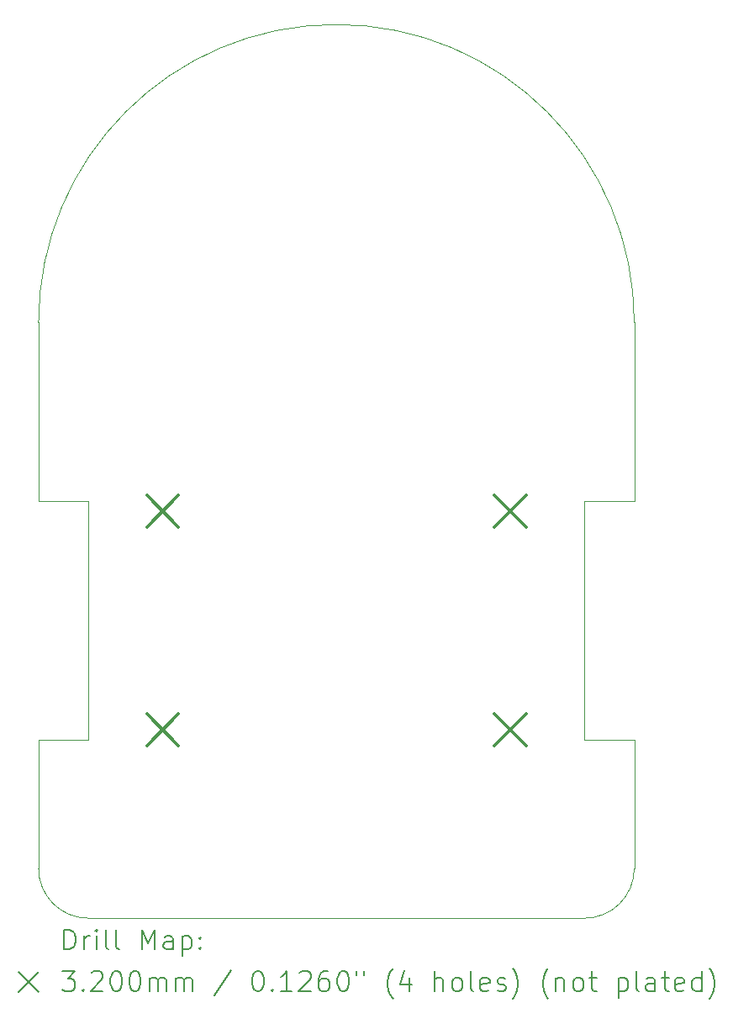
<source format=gbr>
%TF.GenerationSoftware,KiCad,Pcbnew,8.0.6-8.0.6-0~ubuntu24.04.1*%
%TF.CreationDate,2024-10-30T09:28:42+01:00*%
%TF.ProjectId,micromouse_pcb,6d696372-6f6d-46f7-9573-655f7063622e,rev?*%
%TF.SameCoordinates,Original*%
%TF.FileFunction,Drillmap*%
%TF.FilePolarity,Positive*%
%FSLAX45Y45*%
G04 Gerber Fmt 4.5, Leading zero omitted, Abs format (unit mm)*
G04 Created by KiCad (PCBNEW 8.0.6-8.0.6-0~ubuntu24.04.1) date 2024-10-30 09:28:42*
%MOMM*%
%LPD*%
G01*
G04 APERTURE LIST*
%ADD10C,0.050000*%
%ADD11C,0.200000*%
%ADD12C,0.320000*%
G04 APERTURE END LIST*
D10*
X12500000Y-15000000D02*
X17500000Y-15000000D01*
X17500000Y-13200000D02*
X17500000Y-10800000D01*
X12000000Y-14500000D02*
X12000000Y-13200000D01*
X17500000Y-10800000D02*
X18000000Y-10800000D01*
X12000000Y-9000000D02*
G75*
G02*
X18000000Y-9000000I3000000J0D01*
G01*
X12500000Y-10800000D02*
X12000000Y-10800000D01*
X12000000Y-13200000D02*
X12500000Y-13200000D01*
X12500000Y-13200000D02*
X12500000Y-10800000D01*
X18000000Y-10800000D02*
X18000000Y-9000000D01*
X18000000Y-14500000D02*
X18000000Y-13200000D01*
X12500000Y-15000000D02*
G75*
G02*
X12000000Y-14500000I0J500000D01*
G01*
X12000000Y-10800000D02*
X12000000Y-9000000D01*
X18000000Y-14500000D02*
G75*
G02*
X17500000Y-15000000I-500000J0D01*
G01*
X18000000Y-13200000D02*
X17500000Y-13200000D01*
D11*
D12*
X13090000Y-10740000D02*
X13410000Y-11060000D01*
X13410000Y-10740000D02*
X13090000Y-11060000D01*
X13090000Y-12940000D02*
X13410000Y-13260000D01*
X13410000Y-12940000D02*
X13090000Y-13260000D01*
X16590000Y-10740000D02*
X16910000Y-11060000D01*
X16910000Y-10740000D02*
X16590000Y-11060000D01*
X16590000Y-12940000D02*
X16910000Y-13260000D01*
X16910000Y-12940000D02*
X16590000Y-13260000D01*
D11*
X12258277Y-15313984D02*
X12258277Y-15113984D01*
X12258277Y-15113984D02*
X12305896Y-15113984D01*
X12305896Y-15113984D02*
X12334467Y-15123508D01*
X12334467Y-15123508D02*
X12353515Y-15142555D01*
X12353515Y-15142555D02*
X12363039Y-15161603D01*
X12363039Y-15161603D02*
X12372562Y-15199698D01*
X12372562Y-15199698D02*
X12372562Y-15228269D01*
X12372562Y-15228269D02*
X12363039Y-15266365D01*
X12363039Y-15266365D02*
X12353515Y-15285412D01*
X12353515Y-15285412D02*
X12334467Y-15304460D01*
X12334467Y-15304460D02*
X12305896Y-15313984D01*
X12305896Y-15313984D02*
X12258277Y-15313984D01*
X12458277Y-15313984D02*
X12458277Y-15180650D01*
X12458277Y-15218746D02*
X12467801Y-15199698D01*
X12467801Y-15199698D02*
X12477324Y-15190174D01*
X12477324Y-15190174D02*
X12496372Y-15180650D01*
X12496372Y-15180650D02*
X12515420Y-15180650D01*
X12582086Y-15313984D02*
X12582086Y-15180650D01*
X12582086Y-15113984D02*
X12572562Y-15123508D01*
X12572562Y-15123508D02*
X12582086Y-15133031D01*
X12582086Y-15133031D02*
X12591610Y-15123508D01*
X12591610Y-15123508D02*
X12582086Y-15113984D01*
X12582086Y-15113984D02*
X12582086Y-15133031D01*
X12705896Y-15313984D02*
X12686848Y-15304460D01*
X12686848Y-15304460D02*
X12677324Y-15285412D01*
X12677324Y-15285412D02*
X12677324Y-15113984D01*
X12810658Y-15313984D02*
X12791610Y-15304460D01*
X12791610Y-15304460D02*
X12782086Y-15285412D01*
X12782086Y-15285412D02*
X12782086Y-15113984D01*
X13039229Y-15313984D02*
X13039229Y-15113984D01*
X13039229Y-15113984D02*
X13105896Y-15256841D01*
X13105896Y-15256841D02*
X13172562Y-15113984D01*
X13172562Y-15113984D02*
X13172562Y-15313984D01*
X13353515Y-15313984D02*
X13353515Y-15209222D01*
X13353515Y-15209222D02*
X13343991Y-15190174D01*
X13343991Y-15190174D02*
X13324943Y-15180650D01*
X13324943Y-15180650D02*
X13286848Y-15180650D01*
X13286848Y-15180650D02*
X13267801Y-15190174D01*
X13353515Y-15304460D02*
X13334467Y-15313984D01*
X13334467Y-15313984D02*
X13286848Y-15313984D01*
X13286848Y-15313984D02*
X13267801Y-15304460D01*
X13267801Y-15304460D02*
X13258277Y-15285412D01*
X13258277Y-15285412D02*
X13258277Y-15266365D01*
X13258277Y-15266365D02*
X13267801Y-15247317D01*
X13267801Y-15247317D02*
X13286848Y-15237793D01*
X13286848Y-15237793D02*
X13334467Y-15237793D01*
X13334467Y-15237793D02*
X13353515Y-15228269D01*
X13448753Y-15180650D02*
X13448753Y-15380650D01*
X13448753Y-15190174D02*
X13467801Y-15180650D01*
X13467801Y-15180650D02*
X13505896Y-15180650D01*
X13505896Y-15180650D02*
X13524943Y-15190174D01*
X13524943Y-15190174D02*
X13534467Y-15199698D01*
X13534467Y-15199698D02*
X13543991Y-15218746D01*
X13543991Y-15218746D02*
X13543991Y-15275888D01*
X13543991Y-15275888D02*
X13534467Y-15294936D01*
X13534467Y-15294936D02*
X13524943Y-15304460D01*
X13524943Y-15304460D02*
X13505896Y-15313984D01*
X13505896Y-15313984D02*
X13467801Y-15313984D01*
X13467801Y-15313984D02*
X13448753Y-15304460D01*
X13629705Y-15294936D02*
X13639229Y-15304460D01*
X13639229Y-15304460D02*
X13629705Y-15313984D01*
X13629705Y-15313984D02*
X13620182Y-15304460D01*
X13620182Y-15304460D02*
X13629705Y-15294936D01*
X13629705Y-15294936D02*
X13629705Y-15313984D01*
X13629705Y-15190174D02*
X13639229Y-15199698D01*
X13639229Y-15199698D02*
X13629705Y-15209222D01*
X13629705Y-15209222D02*
X13620182Y-15199698D01*
X13620182Y-15199698D02*
X13629705Y-15190174D01*
X13629705Y-15190174D02*
X13629705Y-15209222D01*
X11797500Y-15542500D02*
X11997500Y-15742500D01*
X11997500Y-15542500D02*
X11797500Y-15742500D01*
X12239229Y-15533984D02*
X12363039Y-15533984D01*
X12363039Y-15533984D02*
X12296372Y-15610174D01*
X12296372Y-15610174D02*
X12324943Y-15610174D01*
X12324943Y-15610174D02*
X12343991Y-15619698D01*
X12343991Y-15619698D02*
X12353515Y-15629222D01*
X12353515Y-15629222D02*
X12363039Y-15648269D01*
X12363039Y-15648269D02*
X12363039Y-15695888D01*
X12363039Y-15695888D02*
X12353515Y-15714936D01*
X12353515Y-15714936D02*
X12343991Y-15724460D01*
X12343991Y-15724460D02*
X12324943Y-15733984D01*
X12324943Y-15733984D02*
X12267801Y-15733984D01*
X12267801Y-15733984D02*
X12248753Y-15724460D01*
X12248753Y-15724460D02*
X12239229Y-15714936D01*
X12448753Y-15714936D02*
X12458277Y-15724460D01*
X12458277Y-15724460D02*
X12448753Y-15733984D01*
X12448753Y-15733984D02*
X12439229Y-15724460D01*
X12439229Y-15724460D02*
X12448753Y-15714936D01*
X12448753Y-15714936D02*
X12448753Y-15733984D01*
X12534467Y-15553031D02*
X12543991Y-15543508D01*
X12543991Y-15543508D02*
X12563039Y-15533984D01*
X12563039Y-15533984D02*
X12610658Y-15533984D01*
X12610658Y-15533984D02*
X12629705Y-15543508D01*
X12629705Y-15543508D02*
X12639229Y-15553031D01*
X12639229Y-15553031D02*
X12648753Y-15572079D01*
X12648753Y-15572079D02*
X12648753Y-15591127D01*
X12648753Y-15591127D02*
X12639229Y-15619698D01*
X12639229Y-15619698D02*
X12524943Y-15733984D01*
X12524943Y-15733984D02*
X12648753Y-15733984D01*
X12772562Y-15533984D02*
X12791610Y-15533984D01*
X12791610Y-15533984D02*
X12810658Y-15543508D01*
X12810658Y-15543508D02*
X12820182Y-15553031D01*
X12820182Y-15553031D02*
X12829705Y-15572079D01*
X12829705Y-15572079D02*
X12839229Y-15610174D01*
X12839229Y-15610174D02*
X12839229Y-15657793D01*
X12839229Y-15657793D02*
X12829705Y-15695888D01*
X12829705Y-15695888D02*
X12820182Y-15714936D01*
X12820182Y-15714936D02*
X12810658Y-15724460D01*
X12810658Y-15724460D02*
X12791610Y-15733984D01*
X12791610Y-15733984D02*
X12772562Y-15733984D01*
X12772562Y-15733984D02*
X12753515Y-15724460D01*
X12753515Y-15724460D02*
X12743991Y-15714936D01*
X12743991Y-15714936D02*
X12734467Y-15695888D01*
X12734467Y-15695888D02*
X12724943Y-15657793D01*
X12724943Y-15657793D02*
X12724943Y-15610174D01*
X12724943Y-15610174D02*
X12734467Y-15572079D01*
X12734467Y-15572079D02*
X12743991Y-15553031D01*
X12743991Y-15553031D02*
X12753515Y-15543508D01*
X12753515Y-15543508D02*
X12772562Y-15533984D01*
X12963039Y-15533984D02*
X12982086Y-15533984D01*
X12982086Y-15533984D02*
X13001134Y-15543508D01*
X13001134Y-15543508D02*
X13010658Y-15553031D01*
X13010658Y-15553031D02*
X13020182Y-15572079D01*
X13020182Y-15572079D02*
X13029705Y-15610174D01*
X13029705Y-15610174D02*
X13029705Y-15657793D01*
X13029705Y-15657793D02*
X13020182Y-15695888D01*
X13020182Y-15695888D02*
X13010658Y-15714936D01*
X13010658Y-15714936D02*
X13001134Y-15724460D01*
X13001134Y-15724460D02*
X12982086Y-15733984D01*
X12982086Y-15733984D02*
X12963039Y-15733984D01*
X12963039Y-15733984D02*
X12943991Y-15724460D01*
X12943991Y-15724460D02*
X12934467Y-15714936D01*
X12934467Y-15714936D02*
X12924943Y-15695888D01*
X12924943Y-15695888D02*
X12915420Y-15657793D01*
X12915420Y-15657793D02*
X12915420Y-15610174D01*
X12915420Y-15610174D02*
X12924943Y-15572079D01*
X12924943Y-15572079D02*
X12934467Y-15553031D01*
X12934467Y-15553031D02*
X12943991Y-15543508D01*
X12943991Y-15543508D02*
X12963039Y-15533984D01*
X13115420Y-15733984D02*
X13115420Y-15600650D01*
X13115420Y-15619698D02*
X13124943Y-15610174D01*
X13124943Y-15610174D02*
X13143991Y-15600650D01*
X13143991Y-15600650D02*
X13172563Y-15600650D01*
X13172563Y-15600650D02*
X13191610Y-15610174D01*
X13191610Y-15610174D02*
X13201134Y-15629222D01*
X13201134Y-15629222D02*
X13201134Y-15733984D01*
X13201134Y-15629222D02*
X13210658Y-15610174D01*
X13210658Y-15610174D02*
X13229705Y-15600650D01*
X13229705Y-15600650D02*
X13258277Y-15600650D01*
X13258277Y-15600650D02*
X13277324Y-15610174D01*
X13277324Y-15610174D02*
X13286848Y-15629222D01*
X13286848Y-15629222D02*
X13286848Y-15733984D01*
X13382086Y-15733984D02*
X13382086Y-15600650D01*
X13382086Y-15619698D02*
X13391610Y-15610174D01*
X13391610Y-15610174D02*
X13410658Y-15600650D01*
X13410658Y-15600650D02*
X13439229Y-15600650D01*
X13439229Y-15600650D02*
X13458277Y-15610174D01*
X13458277Y-15610174D02*
X13467801Y-15629222D01*
X13467801Y-15629222D02*
X13467801Y-15733984D01*
X13467801Y-15629222D02*
X13477324Y-15610174D01*
X13477324Y-15610174D02*
X13496372Y-15600650D01*
X13496372Y-15600650D02*
X13524943Y-15600650D01*
X13524943Y-15600650D02*
X13543991Y-15610174D01*
X13543991Y-15610174D02*
X13553515Y-15629222D01*
X13553515Y-15629222D02*
X13553515Y-15733984D01*
X13943991Y-15524460D02*
X13772563Y-15781603D01*
X14201134Y-15533984D02*
X14220182Y-15533984D01*
X14220182Y-15533984D02*
X14239229Y-15543508D01*
X14239229Y-15543508D02*
X14248753Y-15553031D01*
X14248753Y-15553031D02*
X14258277Y-15572079D01*
X14258277Y-15572079D02*
X14267801Y-15610174D01*
X14267801Y-15610174D02*
X14267801Y-15657793D01*
X14267801Y-15657793D02*
X14258277Y-15695888D01*
X14258277Y-15695888D02*
X14248753Y-15714936D01*
X14248753Y-15714936D02*
X14239229Y-15724460D01*
X14239229Y-15724460D02*
X14220182Y-15733984D01*
X14220182Y-15733984D02*
X14201134Y-15733984D01*
X14201134Y-15733984D02*
X14182086Y-15724460D01*
X14182086Y-15724460D02*
X14172563Y-15714936D01*
X14172563Y-15714936D02*
X14163039Y-15695888D01*
X14163039Y-15695888D02*
X14153515Y-15657793D01*
X14153515Y-15657793D02*
X14153515Y-15610174D01*
X14153515Y-15610174D02*
X14163039Y-15572079D01*
X14163039Y-15572079D02*
X14172563Y-15553031D01*
X14172563Y-15553031D02*
X14182086Y-15543508D01*
X14182086Y-15543508D02*
X14201134Y-15533984D01*
X14353515Y-15714936D02*
X14363039Y-15724460D01*
X14363039Y-15724460D02*
X14353515Y-15733984D01*
X14353515Y-15733984D02*
X14343991Y-15724460D01*
X14343991Y-15724460D02*
X14353515Y-15714936D01*
X14353515Y-15714936D02*
X14353515Y-15733984D01*
X14553515Y-15733984D02*
X14439229Y-15733984D01*
X14496372Y-15733984D02*
X14496372Y-15533984D01*
X14496372Y-15533984D02*
X14477325Y-15562555D01*
X14477325Y-15562555D02*
X14458277Y-15581603D01*
X14458277Y-15581603D02*
X14439229Y-15591127D01*
X14629706Y-15553031D02*
X14639229Y-15543508D01*
X14639229Y-15543508D02*
X14658277Y-15533984D01*
X14658277Y-15533984D02*
X14705896Y-15533984D01*
X14705896Y-15533984D02*
X14724944Y-15543508D01*
X14724944Y-15543508D02*
X14734467Y-15553031D01*
X14734467Y-15553031D02*
X14743991Y-15572079D01*
X14743991Y-15572079D02*
X14743991Y-15591127D01*
X14743991Y-15591127D02*
X14734467Y-15619698D01*
X14734467Y-15619698D02*
X14620182Y-15733984D01*
X14620182Y-15733984D02*
X14743991Y-15733984D01*
X14915420Y-15533984D02*
X14877325Y-15533984D01*
X14877325Y-15533984D02*
X14858277Y-15543508D01*
X14858277Y-15543508D02*
X14848753Y-15553031D01*
X14848753Y-15553031D02*
X14829706Y-15581603D01*
X14829706Y-15581603D02*
X14820182Y-15619698D01*
X14820182Y-15619698D02*
X14820182Y-15695888D01*
X14820182Y-15695888D02*
X14829706Y-15714936D01*
X14829706Y-15714936D02*
X14839229Y-15724460D01*
X14839229Y-15724460D02*
X14858277Y-15733984D01*
X14858277Y-15733984D02*
X14896372Y-15733984D01*
X14896372Y-15733984D02*
X14915420Y-15724460D01*
X14915420Y-15724460D02*
X14924944Y-15714936D01*
X14924944Y-15714936D02*
X14934467Y-15695888D01*
X14934467Y-15695888D02*
X14934467Y-15648269D01*
X14934467Y-15648269D02*
X14924944Y-15629222D01*
X14924944Y-15629222D02*
X14915420Y-15619698D01*
X14915420Y-15619698D02*
X14896372Y-15610174D01*
X14896372Y-15610174D02*
X14858277Y-15610174D01*
X14858277Y-15610174D02*
X14839229Y-15619698D01*
X14839229Y-15619698D02*
X14829706Y-15629222D01*
X14829706Y-15629222D02*
X14820182Y-15648269D01*
X15058277Y-15533984D02*
X15077325Y-15533984D01*
X15077325Y-15533984D02*
X15096372Y-15543508D01*
X15096372Y-15543508D02*
X15105896Y-15553031D01*
X15105896Y-15553031D02*
X15115420Y-15572079D01*
X15115420Y-15572079D02*
X15124944Y-15610174D01*
X15124944Y-15610174D02*
X15124944Y-15657793D01*
X15124944Y-15657793D02*
X15115420Y-15695888D01*
X15115420Y-15695888D02*
X15105896Y-15714936D01*
X15105896Y-15714936D02*
X15096372Y-15724460D01*
X15096372Y-15724460D02*
X15077325Y-15733984D01*
X15077325Y-15733984D02*
X15058277Y-15733984D01*
X15058277Y-15733984D02*
X15039229Y-15724460D01*
X15039229Y-15724460D02*
X15029706Y-15714936D01*
X15029706Y-15714936D02*
X15020182Y-15695888D01*
X15020182Y-15695888D02*
X15010658Y-15657793D01*
X15010658Y-15657793D02*
X15010658Y-15610174D01*
X15010658Y-15610174D02*
X15020182Y-15572079D01*
X15020182Y-15572079D02*
X15029706Y-15553031D01*
X15029706Y-15553031D02*
X15039229Y-15543508D01*
X15039229Y-15543508D02*
X15058277Y-15533984D01*
X15201134Y-15533984D02*
X15201134Y-15572079D01*
X15277325Y-15533984D02*
X15277325Y-15572079D01*
X15572563Y-15810174D02*
X15563039Y-15800650D01*
X15563039Y-15800650D02*
X15543991Y-15772079D01*
X15543991Y-15772079D02*
X15534468Y-15753031D01*
X15534468Y-15753031D02*
X15524944Y-15724460D01*
X15524944Y-15724460D02*
X15515420Y-15676841D01*
X15515420Y-15676841D02*
X15515420Y-15638746D01*
X15515420Y-15638746D02*
X15524944Y-15591127D01*
X15524944Y-15591127D02*
X15534468Y-15562555D01*
X15534468Y-15562555D02*
X15543991Y-15543508D01*
X15543991Y-15543508D02*
X15563039Y-15514936D01*
X15563039Y-15514936D02*
X15572563Y-15505412D01*
X15734468Y-15600650D02*
X15734468Y-15733984D01*
X15686848Y-15524460D02*
X15639229Y-15667317D01*
X15639229Y-15667317D02*
X15763039Y-15667317D01*
X15991610Y-15733984D02*
X15991610Y-15533984D01*
X16077325Y-15733984D02*
X16077325Y-15629222D01*
X16077325Y-15629222D02*
X16067801Y-15610174D01*
X16067801Y-15610174D02*
X16048753Y-15600650D01*
X16048753Y-15600650D02*
X16020182Y-15600650D01*
X16020182Y-15600650D02*
X16001134Y-15610174D01*
X16001134Y-15610174D02*
X15991610Y-15619698D01*
X16201134Y-15733984D02*
X16182087Y-15724460D01*
X16182087Y-15724460D02*
X16172563Y-15714936D01*
X16172563Y-15714936D02*
X16163039Y-15695888D01*
X16163039Y-15695888D02*
X16163039Y-15638746D01*
X16163039Y-15638746D02*
X16172563Y-15619698D01*
X16172563Y-15619698D02*
X16182087Y-15610174D01*
X16182087Y-15610174D02*
X16201134Y-15600650D01*
X16201134Y-15600650D02*
X16229706Y-15600650D01*
X16229706Y-15600650D02*
X16248753Y-15610174D01*
X16248753Y-15610174D02*
X16258277Y-15619698D01*
X16258277Y-15619698D02*
X16267801Y-15638746D01*
X16267801Y-15638746D02*
X16267801Y-15695888D01*
X16267801Y-15695888D02*
X16258277Y-15714936D01*
X16258277Y-15714936D02*
X16248753Y-15724460D01*
X16248753Y-15724460D02*
X16229706Y-15733984D01*
X16229706Y-15733984D02*
X16201134Y-15733984D01*
X16382087Y-15733984D02*
X16363039Y-15724460D01*
X16363039Y-15724460D02*
X16353515Y-15705412D01*
X16353515Y-15705412D02*
X16353515Y-15533984D01*
X16534468Y-15724460D02*
X16515420Y-15733984D01*
X16515420Y-15733984D02*
X16477325Y-15733984D01*
X16477325Y-15733984D02*
X16458277Y-15724460D01*
X16458277Y-15724460D02*
X16448753Y-15705412D01*
X16448753Y-15705412D02*
X16448753Y-15629222D01*
X16448753Y-15629222D02*
X16458277Y-15610174D01*
X16458277Y-15610174D02*
X16477325Y-15600650D01*
X16477325Y-15600650D02*
X16515420Y-15600650D01*
X16515420Y-15600650D02*
X16534468Y-15610174D01*
X16534468Y-15610174D02*
X16543991Y-15629222D01*
X16543991Y-15629222D02*
X16543991Y-15648269D01*
X16543991Y-15648269D02*
X16448753Y-15667317D01*
X16620182Y-15724460D02*
X16639230Y-15733984D01*
X16639230Y-15733984D02*
X16677325Y-15733984D01*
X16677325Y-15733984D02*
X16696372Y-15724460D01*
X16696372Y-15724460D02*
X16705896Y-15705412D01*
X16705896Y-15705412D02*
X16705896Y-15695888D01*
X16705896Y-15695888D02*
X16696372Y-15676841D01*
X16696372Y-15676841D02*
X16677325Y-15667317D01*
X16677325Y-15667317D02*
X16648753Y-15667317D01*
X16648753Y-15667317D02*
X16629706Y-15657793D01*
X16629706Y-15657793D02*
X16620182Y-15638746D01*
X16620182Y-15638746D02*
X16620182Y-15629222D01*
X16620182Y-15629222D02*
X16629706Y-15610174D01*
X16629706Y-15610174D02*
X16648753Y-15600650D01*
X16648753Y-15600650D02*
X16677325Y-15600650D01*
X16677325Y-15600650D02*
X16696372Y-15610174D01*
X16772563Y-15810174D02*
X16782087Y-15800650D01*
X16782087Y-15800650D02*
X16801134Y-15772079D01*
X16801134Y-15772079D02*
X16810658Y-15753031D01*
X16810658Y-15753031D02*
X16820182Y-15724460D01*
X16820182Y-15724460D02*
X16829706Y-15676841D01*
X16829706Y-15676841D02*
X16829706Y-15638746D01*
X16829706Y-15638746D02*
X16820182Y-15591127D01*
X16820182Y-15591127D02*
X16810658Y-15562555D01*
X16810658Y-15562555D02*
X16801134Y-15543508D01*
X16801134Y-15543508D02*
X16782087Y-15514936D01*
X16782087Y-15514936D02*
X16772563Y-15505412D01*
X17134468Y-15810174D02*
X17124944Y-15800650D01*
X17124944Y-15800650D02*
X17105896Y-15772079D01*
X17105896Y-15772079D02*
X17096373Y-15753031D01*
X17096373Y-15753031D02*
X17086849Y-15724460D01*
X17086849Y-15724460D02*
X17077325Y-15676841D01*
X17077325Y-15676841D02*
X17077325Y-15638746D01*
X17077325Y-15638746D02*
X17086849Y-15591127D01*
X17086849Y-15591127D02*
X17096373Y-15562555D01*
X17096373Y-15562555D02*
X17105896Y-15543508D01*
X17105896Y-15543508D02*
X17124944Y-15514936D01*
X17124944Y-15514936D02*
X17134468Y-15505412D01*
X17210658Y-15600650D02*
X17210658Y-15733984D01*
X17210658Y-15619698D02*
X17220182Y-15610174D01*
X17220182Y-15610174D02*
X17239230Y-15600650D01*
X17239230Y-15600650D02*
X17267801Y-15600650D01*
X17267801Y-15600650D02*
X17286849Y-15610174D01*
X17286849Y-15610174D02*
X17296373Y-15629222D01*
X17296373Y-15629222D02*
X17296373Y-15733984D01*
X17420182Y-15733984D02*
X17401134Y-15724460D01*
X17401134Y-15724460D02*
X17391611Y-15714936D01*
X17391611Y-15714936D02*
X17382087Y-15695888D01*
X17382087Y-15695888D02*
X17382087Y-15638746D01*
X17382087Y-15638746D02*
X17391611Y-15619698D01*
X17391611Y-15619698D02*
X17401134Y-15610174D01*
X17401134Y-15610174D02*
X17420182Y-15600650D01*
X17420182Y-15600650D02*
X17448754Y-15600650D01*
X17448754Y-15600650D02*
X17467801Y-15610174D01*
X17467801Y-15610174D02*
X17477325Y-15619698D01*
X17477325Y-15619698D02*
X17486849Y-15638746D01*
X17486849Y-15638746D02*
X17486849Y-15695888D01*
X17486849Y-15695888D02*
X17477325Y-15714936D01*
X17477325Y-15714936D02*
X17467801Y-15724460D01*
X17467801Y-15724460D02*
X17448754Y-15733984D01*
X17448754Y-15733984D02*
X17420182Y-15733984D01*
X17543992Y-15600650D02*
X17620182Y-15600650D01*
X17572563Y-15533984D02*
X17572563Y-15705412D01*
X17572563Y-15705412D02*
X17582087Y-15724460D01*
X17582087Y-15724460D02*
X17601134Y-15733984D01*
X17601134Y-15733984D02*
X17620182Y-15733984D01*
X17839230Y-15600650D02*
X17839230Y-15800650D01*
X17839230Y-15610174D02*
X17858277Y-15600650D01*
X17858277Y-15600650D02*
X17896373Y-15600650D01*
X17896373Y-15600650D02*
X17915420Y-15610174D01*
X17915420Y-15610174D02*
X17924944Y-15619698D01*
X17924944Y-15619698D02*
X17934468Y-15638746D01*
X17934468Y-15638746D02*
X17934468Y-15695888D01*
X17934468Y-15695888D02*
X17924944Y-15714936D01*
X17924944Y-15714936D02*
X17915420Y-15724460D01*
X17915420Y-15724460D02*
X17896373Y-15733984D01*
X17896373Y-15733984D02*
X17858277Y-15733984D01*
X17858277Y-15733984D02*
X17839230Y-15724460D01*
X18048754Y-15733984D02*
X18029706Y-15724460D01*
X18029706Y-15724460D02*
X18020182Y-15705412D01*
X18020182Y-15705412D02*
X18020182Y-15533984D01*
X18210658Y-15733984D02*
X18210658Y-15629222D01*
X18210658Y-15629222D02*
X18201135Y-15610174D01*
X18201135Y-15610174D02*
X18182087Y-15600650D01*
X18182087Y-15600650D02*
X18143992Y-15600650D01*
X18143992Y-15600650D02*
X18124944Y-15610174D01*
X18210658Y-15724460D02*
X18191611Y-15733984D01*
X18191611Y-15733984D02*
X18143992Y-15733984D01*
X18143992Y-15733984D02*
X18124944Y-15724460D01*
X18124944Y-15724460D02*
X18115420Y-15705412D01*
X18115420Y-15705412D02*
X18115420Y-15686365D01*
X18115420Y-15686365D02*
X18124944Y-15667317D01*
X18124944Y-15667317D02*
X18143992Y-15657793D01*
X18143992Y-15657793D02*
X18191611Y-15657793D01*
X18191611Y-15657793D02*
X18210658Y-15648269D01*
X18277325Y-15600650D02*
X18353515Y-15600650D01*
X18305896Y-15533984D02*
X18305896Y-15705412D01*
X18305896Y-15705412D02*
X18315420Y-15724460D01*
X18315420Y-15724460D02*
X18334468Y-15733984D01*
X18334468Y-15733984D02*
X18353515Y-15733984D01*
X18496373Y-15724460D02*
X18477325Y-15733984D01*
X18477325Y-15733984D02*
X18439230Y-15733984D01*
X18439230Y-15733984D02*
X18420182Y-15724460D01*
X18420182Y-15724460D02*
X18410658Y-15705412D01*
X18410658Y-15705412D02*
X18410658Y-15629222D01*
X18410658Y-15629222D02*
X18420182Y-15610174D01*
X18420182Y-15610174D02*
X18439230Y-15600650D01*
X18439230Y-15600650D02*
X18477325Y-15600650D01*
X18477325Y-15600650D02*
X18496373Y-15610174D01*
X18496373Y-15610174D02*
X18505896Y-15629222D01*
X18505896Y-15629222D02*
X18505896Y-15648269D01*
X18505896Y-15648269D02*
X18410658Y-15667317D01*
X18677325Y-15733984D02*
X18677325Y-15533984D01*
X18677325Y-15724460D02*
X18658277Y-15733984D01*
X18658277Y-15733984D02*
X18620182Y-15733984D01*
X18620182Y-15733984D02*
X18601135Y-15724460D01*
X18601135Y-15724460D02*
X18591611Y-15714936D01*
X18591611Y-15714936D02*
X18582087Y-15695888D01*
X18582087Y-15695888D02*
X18582087Y-15638746D01*
X18582087Y-15638746D02*
X18591611Y-15619698D01*
X18591611Y-15619698D02*
X18601135Y-15610174D01*
X18601135Y-15610174D02*
X18620182Y-15600650D01*
X18620182Y-15600650D02*
X18658277Y-15600650D01*
X18658277Y-15600650D02*
X18677325Y-15610174D01*
X18753516Y-15810174D02*
X18763039Y-15800650D01*
X18763039Y-15800650D02*
X18782087Y-15772079D01*
X18782087Y-15772079D02*
X18791611Y-15753031D01*
X18791611Y-15753031D02*
X18801135Y-15724460D01*
X18801135Y-15724460D02*
X18810658Y-15676841D01*
X18810658Y-15676841D02*
X18810658Y-15638746D01*
X18810658Y-15638746D02*
X18801135Y-15591127D01*
X18801135Y-15591127D02*
X18791611Y-15562555D01*
X18791611Y-15562555D02*
X18782087Y-15543508D01*
X18782087Y-15543508D02*
X18763039Y-15514936D01*
X18763039Y-15514936D02*
X18753516Y-15505412D01*
M02*

</source>
